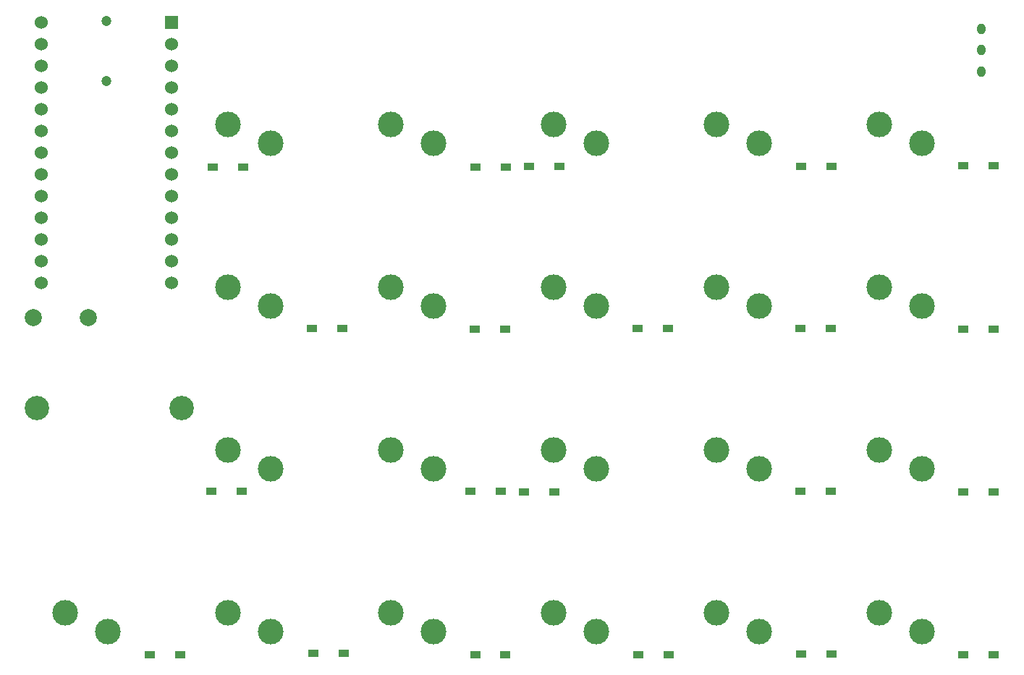
<source format=gbr>
%TF.GenerationSoftware,KiCad,Pcbnew,7.0.8*%
%TF.CreationDate,2024-10-11T08:25:21+09:00*%
%TF.ProjectId,cool642r,636f6f6c-3634-4327-922e-6b696361645f,rev?*%
%TF.SameCoordinates,Original*%
%TF.FileFunction,Soldermask,Top*%
%TF.FilePolarity,Negative*%
%FSLAX46Y46*%
G04 Gerber Fmt 4.6, Leading zero omitted, Abs format (unit mm)*
G04 Created by KiCad (PCBNEW 7.0.8) date 2024-10-11 08:25:21*
%MOMM*%
%LPD*%
G01*
G04 APERTURE LIST*
%ADD10C,3.000000*%
%ADD11C,1.200000*%
%ADD12R,1.300000X0.950000*%
%ADD13O,1.000000X1.300000*%
%ADD14C,2.000000*%
%ADD15C,2.850000*%
%ADD16C,1.524000*%
%ADD17R,1.524000X1.524000*%
G04 APERTURE END LIST*
D10*
%TO.C,SW26*%
X109300000Y-41800000D03*
X114300000Y-44000000D03*
%TD*%
%TO.C,SW38*%
X147400000Y-60850000D03*
X152400000Y-63050000D03*
%TD*%
D11*
%TO.C,J1*%
X95120000Y8430000D03*
X95120000Y1430000D03*
%TD*%
D12*
%TO.C,D10*%
X195305000Y-8510000D03*
X198855000Y-8510000D03*
%TD*%
D10*
%TO.C,SW10*%
X185500000Y-3700000D03*
X190500000Y-5900000D03*
%TD*%
D12*
%TO.C,D19*%
X176255000Y-27590000D03*
X179805000Y-27590000D03*
%TD*%
%TO.C,D17*%
X138175000Y-27600000D03*
X141725000Y-27600000D03*
%TD*%
D10*
%TO.C,SW6*%
X109300000Y-3700000D03*
X114300000Y-5900000D03*
%TD*%
D12*
%TO.C,D20*%
X195305000Y-27600000D03*
X198855000Y-27600000D03*
%TD*%
D10*
%TO.C,SW9*%
X166450000Y-3700000D03*
X171450000Y-5900000D03*
%TD*%
D12*
%TO.C,D6*%
X107510000Y-8670000D03*
X111060000Y-8670000D03*
%TD*%
D13*
%TO.C,SW42*%
X197480000Y7510000D03*
X197480000Y5010000D03*
X197480000Y2510000D03*
%TD*%
D10*
%TO.C,SW37*%
X128350000Y-60850000D03*
X133350000Y-63050000D03*
%TD*%
%TO.C,SW7*%
X128350000Y-3700000D03*
X133350000Y-5900000D03*
%TD*%
%TO.C,SW36*%
X109300000Y-60850000D03*
X114300000Y-63050000D03*
%TD*%
D12*
%TO.C,D26*%
X107365000Y-46600000D03*
X110915000Y-46600000D03*
%TD*%
D14*
%TO.C,SW41*%
X92990000Y-26300000D03*
X86490000Y-26300000D03*
%TD*%
D12*
%TO.C,D39*%
X176345000Y-65640000D03*
X179895000Y-65640000D03*
%TD*%
%TO.C,D18*%
X157225000Y-27590000D03*
X160775000Y-27590000D03*
%TD*%
D10*
%TO.C,SW39*%
X166450000Y-60850000D03*
X171450000Y-63050000D03*
%TD*%
%TO.C,SW20*%
X185500000Y-22750000D03*
X190500000Y-24950000D03*
%TD*%
D12*
%TO.C,D35*%
X100205000Y-65710000D03*
X103755000Y-65710000D03*
%TD*%
D10*
%TO.C,SW19*%
X166450000Y-22750000D03*
X171450000Y-24950000D03*
%TD*%
D12*
%TO.C,D29*%
X176315000Y-46610000D03*
X179865000Y-46610000D03*
%TD*%
%TO.C,D38*%
X157285000Y-65750000D03*
X160835000Y-65750000D03*
%TD*%
%TO.C,D9*%
X176335000Y-8580000D03*
X179885000Y-8580000D03*
%TD*%
%TO.C,D8*%
X144540000Y-8620000D03*
X148090000Y-8620000D03*
%TD*%
%TO.C,D27*%
X137690000Y-46560000D03*
X141240000Y-46560000D03*
%TD*%
D10*
%TO.C,SW27*%
X128350000Y-41800000D03*
X133350000Y-44000000D03*
%TD*%
D12*
%TO.C,D36*%
X119265000Y-65560000D03*
X122815000Y-65560000D03*
%TD*%
D10*
%TO.C,SW16*%
X109300000Y-22750000D03*
X114300000Y-24950000D03*
%TD*%
D12*
%TO.C,D16*%
X119105000Y-27570000D03*
X122655000Y-27570000D03*
%TD*%
%TO.C,D37*%
X138225000Y-65750000D03*
X141775000Y-65750000D03*
%TD*%
%TO.C,D30*%
X195365000Y-46700000D03*
X198915000Y-46700000D03*
%TD*%
%TO.C,D40*%
X195355000Y-65700000D03*
X198905000Y-65700000D03*
%TD*%
D10*
%TO.C,SW29*%
X166450000Y-41800000D03*
X171450000Y-44000000D03*
%TD*%
%TO.C,SW8*%
X147400000Y-3700000D03*
X152400000Y-5900000D03*
%TD*%
%TO.C,SW30*%
X185500000Y-41800000D03*
X190500000Y-44000000D03*
%TD*%
%TO.C,SW35*%
X90250000Y-60850000D03*
X95250000Y-63050000D03*
%TD*%
%TO.C,SW18*%
X147400000Y-22750000D03*
X152400000Y-24950000D03*
%TD*%
D12*
%TO.C,D28*%
X143955000Y-46670000D03*
X147505000Y-46670000D03*
%TD*%
D10*
%TO.C,SW40*%
X185500000Y-60850000D03*
X190500000Y-63050000D03*
%TD*%
%TO.C,SW28*%
X147400000Y-41800000D03*
X152400000Y-44000000D03*
%TD*%
D12*
%TO.C,D7*%
X138235000Y-8640000D03*
X141785000Y-8640000D03*
%TD*%
D10*
%TO.C,SW17*%
X128350000Y-22750000D03*
X133350000Y-24950000D03*
%TD*%
D15*
%TO.C,BT1*%
X86950000Y-36900000D03*
X103850000Y-36900000D03*
%TD*%
D16*
%TO.C,U2*%
X87497200Y5680000D03*
X87497200Y3140000D03*
X87497200Y600000D03*
X87497200Y-1940000D03*
X87497200Y-4480000D03*
X87497200Y-7020000D03*
X87497200Y-9560000D03*
X87497200Y-12100000D03*
X87497200Y-14640000D03*
X87497200Y-17180000D03*
X87497200Y-19720000D03*
X87497200Y-22260000D03*
X102717200Y-22260000D03*
X102717200Y-19720000D03*
X102717200Y-17180000D03*
X102717200Y-14640000D03*
X102717200Y-12100000D03*
X102717200Y-9560000D03*
X102717200Y-7020000D03*
X102717200Y-4480000D03*
X102717200Y-1940000D03*
X102717200Y600000D03*
X102717200Y3140000D03*
X102717200Y5680000D03*
D17*
X102717200Y8220000D03*
D16*
X87497200Y8220000D03*
%TD*%
M02*

</source>
